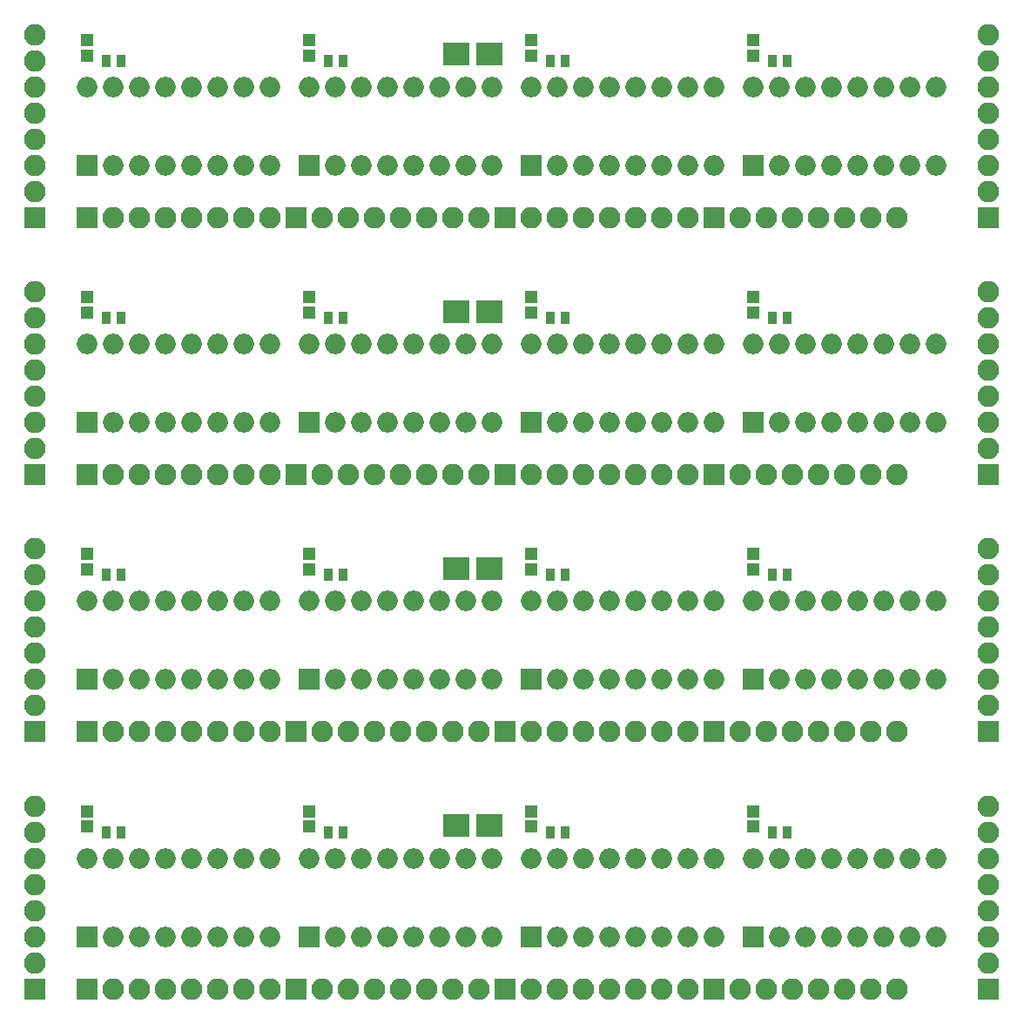
<source format=gbr>
G04 #@! TF.FileFunction,Soldermask,Top*
%FSLAX46Y46*%
G04 Gerber Fmt 4.6, Leading zero omitted, Abs format (unit mm)*
G04 Created by KiCad (PCBNEW 4.0.6) date 07/03/17 20:38:38*
%MOMM*%
%LPD*%
G01*
G04 APERTURE LIST*
%ADD10C,0.100000*%
%ADD11R,0.900000X1.300000*%
%ADD12R,2.000000X2.000000*%
%ADD13O,2.000000X2.000000*%
%ADD14R,2.100000X2.100000*%
%ADD15O,2.100000X2.100000*%
%ADD16R,1.150000X1.200000*%
%ADD17R,2.550000X2.200000*%
G04 APERTURE END LIST*
D10*
D11*
X122670000Y-141040000D03*
X121170000Y-141040000D03*
X122670000Y-116040000D03*
X121170000Y-116040000D03*
X122670000Y-91040000D03*
X121170000Y-91040000D03*
D12*
X119380000Y-151200000D03*
D13*
X137160000Y-143580000D03*
X121920000Y-151200000D03*
X134620000Y-143580000D03*
X124460000Y-151200000D03*
X132080000Y-143580000D03*
X127000000Y-151200000D03*
X129540000Y-143580000D03*
X129540000Y-151200000D03*
X127000000Y-143580000D03*
X132080000Y-151200000D03*
X124460000Y-143580000D03*
X134620000Y-151200000D03*
X121920000Y-143580000D03*
X137160000Y-151200000D03*
X119380000Y-143580000D03*
D12*
X119380000Y-126200000D03*
D13*
X137160000Y-118580000D03*
X121920000Y-126200000D03*
X134620000Y-118580000D03*
X124460000Y-126200000D03*
X132080000Y-118580000D03*
X127000000Y-126200000D03*
X129540000Y-118580000D03*
X129540000Y-126200000D03*
X127000000Y-118580000D03*
X132080000Y-126200000D03*
X124460000Y-118580000D03*
X134620000Y-126200000D03*
X121920000Y-118580000D03*
X137160000Y-126200000D03*
X119380000Y-118580000D03*
D12*
X119380000Y-101200000D03*
D13*
X137160000Y-93580000D03*
X121920000Y-101200000D03*
X134620000Y-93580000D03*
X124460000Y-101200000D03*
X132080000Y-93580000D03*
X127000000Y-101200000D03*
X129540000Y-93580000D03*
X129540000Y-101200000D03*
X127000000Y-93580000D03*
X132080000Y-101200000D03*
X124460000Y-93580000D03*
X134620000Y-101200000D03*
X121920000Y-93580000D03*
X137160000Y-101200000D03*
X119380000Y-93580000D03*
D14*
X116840000Y-156280000D03*
D15*
X119380000Y-156280000D03*
X121920000Y-156280000D03*
X124460000Y-156280000D03*
X127000000Y-156280000D03*
X129540000Y-156280000D03*
X132080000Y-156280000D03*
X134620000Y-156280000D03*
D14*
X116840000Y-131280000D03*
D15*
X119380000Y-131280000D03*
X121920000Y-131280000D03*
X124460000Y-131280000D03*
X127000000Y-131280000D03*
X129540000Y-131280000D03*
X132080000Y-131280000D03*
X134620000Y-131280000D03*
D14*
X116840000Y-106280000D03*
D15*
X119380000Y-106280000D03*
X121920000Y-106280000D03*
X124460000Y-106280000D03*
X127000000Y-106280000D03*
X129540000Y-106280000D03*
X132080000Y-106280000D03*
X134620000Y-106280000D03*
D16*
X119380000Y-140520000D03*
X119380000Y-139020000D03*
X119380000Y-115520000D03*
X119380000Y-114020000D03*
X119380000Y-90520000D03*
X119380000Y-89020000D03*
D11*
X79490000Y-141040000D03*
X77990000Y-141040000D03*
X79490000Y-116040000D03*
X77990000Y-116040000D03*
X79490000Y-91040000D03*
X77990000Y-91040000D03*
D16*
X76200000Y-140520000D03*
X76200000Y-139020000D03*
X76200000Y-115520000D03*
X76200000Y-114020000D03*
X76200000Y-90520000D03*
X76200000Y-89020000D03*
D12*
X76200000Y-151200000D03*
D13*
X93980000Y-143580000D03*
X78740000Y-151200000D03*
X91440000Y-143580000D03*
X81280000Y-151200000D03*
X88900000Y-143580000D03*
X83820000Y-151200000D03*
X86360000Y-143580000D03*
X86360000Y-151200000D03*
X83820000Y-143580000D03*
X88900000Y-151200000D03*
X81280000Y-143580000D03*
X91440000Y-151200000D03*
X78740000Y-143580000D03*
X93980000Y-151200000D03*
X76200000Y-143580000D03*
D12*
X76200000Y-126200000D03*
D13*
X93980000Y-118580000D03*
X78740000Y-126200000D03*
X91440000Y-118580000D03*
X81280000Y-126200000D03*
X88900000Y-118580000D03*
X83820000Y-126200000D03*
X86360000Y-118580000D03*
X86360000Y-126200000D03*
X83820000Y-118580000D03*
X88900000Y-126200000D03*
X81280000Y-118580000D03*
X91440000Y-126200000D03*
X78740000Y-118580000D03*
X93980000Y-126200000D03*
X76200000Y-118580000D03*
D12*
X76200000Y-101200000D03*
D13*
X93980000Y-93580000D03*
X78740000Y-101200000D03*
X91440000Y-93580000D03*
X81280000Y-101200000D03*
X88900000Y-93580000D03*
X83820000Y-101200000D03*
X86360000Y-93580000D03*
X86360000Y-101200000D03*
X83820000Y-93580000D03*
X88900000Y-101200000D03*
X81280000Y-93580000D03*
X91440000Y-101200000D03*
X78740000Y-93580000D03*
X93980000Y-101200000D03*
X76200000Y-93580000D03*
D14*
X76200000Y-156280000D03*
D15*
X78740000Y-156280000D03*
X81280000Y-156280000D03*
X83820000Y-156280000D03*
X86360000Y-156280000D03*
X88900000Y-156280000D03*
X91440000Y-156280000D03*
X93980000Y-156280000D03*
D14*
X76200000Y-131280000D03*
D15*
X78740000Y-131280000D03*
X81280000Y-131280000D03*
X83820000Y-131280000D03*
X86360000Y-131280000D03*
X88900000Y-131280000D03*
X91440000Y-131280000D03*
X93980000Y-131280000D03*
D14*
X76200000Y-106280000D03*
D15*
X78740000Y-106280000D03*
X81280000Y-106280000D03*
X83820000Y-106280000D03*
X86360000Y-106280000D03*
X88900000Y-106280000D03*
X91440000Y-106280000D03*
X93980000Y-106280000D03*
D14*
X71120000Y-156280000D03*
D15*
X71120000Y-153740000D03*
X71120000Y-151200000D03*
X71120000Y-148660000D03*
X71120000Y-146120000D03*
X71120000Y-143580000D03*
X71120000Y-141040000D03*
X71120000Y-138500000D03*
D14*
X71120000Y-131280000D03*
D15*
X71120000Y-128740000D03*
X71120000Y-126200000D03*
X71120000Y-123660000D03*
X71120000Y-121120000D03*
X71120000Y-118580000D03*
X71120000Y-116040000D03*
X71120000Y-113500000D03*
D14*
X71120000Y-106280000D03*
D15*
X71120000Y-103740000D03*
X71120000Y-101200000D03*
X71120000Y-98660000D03*
X71120000Y-96120000D03*
X71120000Y-93580000D03*
X71120000Y-91040000D03*
X71120000Y-88500000D03*
D11*
X101080000Y-141040000D03*
X99580000Y-141040000D03*
X101080000Y-116040000D03*
X99580000Y-116040000D03*
X101080000Y-91040000D03*
X99580000Y-91040000D03*
D16*
X97790000Y-140520000D03*
X97790000Y-139020000D03*
X97790000Y-115520000D03*
X97790000Y-114020000D03*
X97790000Y-90520000D03*
X97790000Y-89020000D03*
D12*
X97790000Y-151200000D03*
D13*
X115570000Y-143580000D03*
X100330000Y-151200000D03*
X113030000Y-143580000D03*
X102870000Y-151200000D03*
X110490000Y-143580000D03*
X105410000Y-151200000D03*
X107950000Y-143580000D03*
X107950000Y-151200000D03*
X105410000Y-143580000D03*
X110490000Y-151200000D03*
X102870000Y-143580000D03*
X113030000Y-151200000D03*
X100330000Y-143580000D03*
X115570000Y-151200000D03*
X97790000Y-143580000D03*
D12*
X97790000Y-126200000D03*
D13*
X115570000Y-118580000D03*
X100330000Y-126200000D03*
X113030000Y-118580000D03*
X102870000Y-126200000D03*
X110490000Y-118580000D03*
X105410000Y-126200000D03*
X107950000Y-118580000D03*
X107950000Y-126200000D03*
X105410000Y-118580000D03*
X110490000Y-126200000D03*
X102870000Y-118580000D03*
X113030000Y-126200000D03*
X100330000Y-118580000D03*
X115570000Y-126200000D03*
X97790000Y-118580000D03*
D12*
X97790000Y-101200000D03*
D13*
X115570000Y-93580000D03*
X100330000Y-101200000D03*
X113030000Y-93580000D03*
X102870000Y-101200000D03*
X110490000Y-93580000D03*
X105410000Y-101200000D03*
X107950000Y-93580000D03*
X107950000Y-101200000D03*
X105410000Y-93580000D03*
X110490000Y-101200000D03*
X102870000Y-93580000D03*
X113030000Y-101200000D03*
X100330000Y-93580000D03*
X115570000Y-101200000D03*
X97790000Y-93580000D03*
D14*
X96520000Y-156280000D03*
D15*
X99060000Y-156280000D03*
X101600000Y-156280000D03*
X104140000Y-156280000D03*
X106680000Y-156280000D03*
X109220000Y-156280000D03*
X111760000Y-156280000D03*
X114300000Y-156280000D03*
D14*
X96520000Y-131280000D03*
D15*
X99060000Y-131280000D03*
X101600000Y-131280000D03*
X104140000Y-131280000D03*
X106680000Y-131280000D03*
X109220000Y-131280000D03*
X111760000Y-131280000D03*
X114300000Y-131280000D03*
D14*
X96520000Y-106280000D03*
D15*
X99060000Y-106280000D03*
X101600000Y-106280000D03*
X104140000Y-106280000D03*
X106680000Y-106280000D03*
X109220000Y-106280000D03*
X111760000Y-106280000D03*
X114300000Y-106280000D03*
D17*
X112040000Y-140405000D03*
X115290000Y-140405000D03*
X112040000Y-115405000D03*
X115290000Y-115405000D03*
X112040000Y-90405000D03*
X115290000Y-90405000D03*
D11*
X144260000Y-141040000D03*
X142760000Y-141040000D03*
X144260000Y-116040000D03*
X142760000Y-116040000D03*
X144260000Y-91040000D03*
X142760000Y-91040000D03*
D16*
X140970000Y-140520000D03*
X140970000Y-139020000D03*
X140970000Y-115520000D03*
X140970000Y-114020000D03*
X140970000Y-90520000D03*
X140970000Y-89020000D03*
D14*
X137160000Y-156280000D03*
D15*
X139700000Y-156280000D03*
X142240000Y-156280000D03*
X144780000Y-156280000D03*
X147320000Y-156280000D03*
X149860000Y-156280000D03*
X152400000Y-156280000D03*
X154940000Y-156280000D03*
D14*
X137160000Y-131280000D03*
D15*
X139700000Y-131280000D03*
X142240000Y-131280000D03*
X144780000Y-131280000D03*
X147320000Y-131280000D03*
X149860000Y-131280000D03*
X152400000Y-131280000D03*
X154940000Y-131280000D03*
D14*
X137160000Y-106280000D03*
D15*
X139700000Y-106280000D03*
X142240000Y-106280000D03*
X144780000Y-106280000D03*
X147320000Y-106280000D03*
X149860000Y-106280000D03*
X152400000Y-106280000D03*
X154940000Y-106280000D03*
D12*
X140970000Y-151200000D03*
D13*
X158750000Y-143580000D03*
X143510000Y-151200000D03*
X156210000Y-143580000D03*
X146050000Y-151200000D03*
X153670000Y-143580000D03*
X148590000Y-151200000D03*
X151130000Y-143580000D03*
X151130000Y-151200000D03*
X148590000Y-143580000D03*
X153670000Y-151200000D03*
X146050000Y-143580000D03*
X156210000Y-151200000D03*
X143510000Y-143580000D03*
X158750000Y-151200000D03*
X140970000Y-143580000D03*
D12*
X140970000Y-126200000D03*
D13*
X158750000Y-118580000D03*
X143510000Y-126200000D03*
X156210000Y-118580000D03*
X146050000Y-126200000D03*
X153670000Y-118580000D03*
X148590000Y-126200000D03*
X151130000Y-118580000D03*
X151130000Y-126200000D03*
X148590000Y-118580000D03*
X153670000Y-126200000D03*
X146050000Y-118580000D03*
X156210000Y-126200000D03*
X143510000Y-118580000D03*
X158750000Y-126200000D03*
X140970000Y-118580000D03*
D12*
X140970000Y-101200000D03*
D13*
X158750000Y-93580000D03*
X143510000Y-101200000D03*
X156210000Y-93580000D03*
X146050000Y-101200000D03*
X153670000Y-93580000D03*
X148590000Y-101200000D03*
X151130000Y-93580000D03*
X151130000Y-101200000D03*
X148590000Y-93580000D03*
X153670000Y-101200000D03*
X146050000Y-93580000D03*
X156210000Y-101200000D03*
X143510000Y-93580000D03*
X158750000Y-101200000D03*
X140970000Y-93580000D03*
D14*
X163830000Y-156280000D03*
D15*
X163830000Y-153740000D03*
X163830000Y-151200000D03*
X163830000Y-148660000D03*
X163830000Y-146120000D03*
X163830000Y-143580000D03*
X163830000Y-141040000D03*
X163830000Y-138500000D03*
D14*
X163830000Y-131280000D03*
D15*
X163830000Y-128740000D03*
X163830000Y-126200000D03*
X163830000Y-123660000D03*
X163830000Y-121120000D03*
X163830000Y-118580000D03*
X163830000Y-116040000D03*
X163830000Y-113500000D03*
D14*
X163830000Y-106280000D03*
D15*
X163830000Y-103740000D03*
X163830000Y-101200000D03*
X163830000Y-98660000D03*
X163830000Y-96120000D03*
X163830000Y-93580000D03*
X163830000Y-91040000D03*
X163830000Y-88500000D03*
D12*
X140970000Y-76200000D03*
D13*
X158750000Y-68580000D03*
X143510000Y-76200000D03*
X156210000Y-68580000D03*
X146050000Y-76200000D03*
X153670000Y-68580000D03*
X148590000Y-76200000D03*
X151130000Y-68580000D03*
X151130000Y-76200000D03*
X148590000Y-68580000D03*
X153670000Y-76200000D03*
X146050000Y-68580000D03*
X156210000Y-76200000D03*
X143510000Y-68580000D03*
X158750000Y-76200000D03*
X140970000Y-68580000D03*
D14*
X76200000Y-81280000D03*
D15*
X78740000Y-81280000D03*
X81280000Y-81280000D03*
X83820000Y-81280000D03*
X86360000Y-81280000D03*
X88900000Y-81280000D03*
X91440000Y-81280000D03*
X93980000Y-81280000D03*
D14*
X96520000Y-81280000D03*
D15*
X99060000Y-81280000D03*
X101600000Y-81280000D03*
X104140000Y-81280000D03*
X106680000Y-81280000D03*
X109220000Y-81280000D03*
X111760000Y-81280000D03*
X114300000Y-81280000D03*
D14*
X116840000Y-81280000D03*
D15*
X119380000Y-81280000D03*
X121920000Y-81280000D03*
X124460000Y-81280000D03*
X127000000Y-81280000D03*
X129540000Y-81280000D03*
X132080000Y-81280000D03*
X134620000Y-81280000D03*
D14*
X137160000Y-81280000D03*
D15*
X139700000Y-81280000D03*
X142240000Y-81280000D03*
X144780000Y-81280000D03*
X147320000Y-81280000D03*
X149860000Y-81280000D03*
X152400000Y-81280000D03*
X154940000Y-81280000D03*
D12*
X76200000Y-76200000D03*
D13*
X93980000Y-68580000D03*
X78740000Y-76200000D03*
X91440000Y-68580000D03*
X81280000Y-76200000D03*
X88900000Y-68580000D03*
X83820000Y-76200000D03*
X86360000Y-68580000D03*
X86360000Y-76200000D03*
X83820000Y-68580000D03*
X88900000Y-76200000D03*
X81280000Y-68580000D03*
X91440000Y-76200000D03*
X78740000Y-68580000D03*
X93980000Y-76200000D03*
X76200000Y-68580000D03*
D12*
X97790000Y-76200000D03*
D13*
X115570000Y-68580000D03*
X100330000Y-76200000D03*
X113030000Y-68580000D03*
X102870000Y-76200000D03*
X110490000Y-68580000D03*
X105410000Y-76200000D03*
X107950000Y-68580000D03*
X107950000Y-76200000D03*
X105410000Y-68580000D03*
X110490000Y-76200000D03*
X102870000Y-68580000D03*
X113030000Y-76200000D03*
X100330000Y-68580000D03*
X115570000Y-76200000D03*
X97790000Y-68580000D03*
D12*
X119380000Y-76200000D03*
D13*
X137160000Y-68580000D03*
X121920000Y-76200000D03*
X134620000Y-68580000D03*
X124460000Y-76200000D03*
X132080000Y-68580000D03*
X127000000Y-76200000D03*
X129540000Y-68580000D03*
X129540000Y-76200000D03*
X127000000Y-68580000D03*
X132080000Y-76200000D03*
X124460000Y-68580000D03*
X134620000Y-76200000D03*
X121920000Y-68580000D03*
X137160000Y-76200000D03*
X119380000Y-68580000D03*
D16*
X76200000Y-65520000D03*
X76200000Y-64020000D03*
X97790000Y-65520000D03*
X97790000Y-64020000D03*
X119380000Y-65520000D03*
X119380000Y-64020000D03*
X140970000Y-65520000D03*
X140970000Y-64020000D03*
D17*
X112040000Y-65405000D03*
X115290000Y-65405000D03*
D14*
X71120000Y-81280000D03*
D15*
X71120000Y-78740000D03*
X71120000Y-76200000D03*
X71120000Y-73660000D03*
X71120000Y-71120000D03*
X71120000Y-68580000D03*
X71120000Y-66040000D03*
X71120000Y-63500000D03*
D14*
X163830000Y-81280000D03*
D15*
X163830000Y-78740000D03*
X163830000Y-76200000D03*
X163830000Y-73660000D03*
X163830000Y-71120000D03*
X163830000Y-68580000D03*
X163830000Y-66040000D03*
X163830000Y-63500000D03*
D11*
X79490000Y-66040000D03*
X77990000Y-66040000D03*
X101080000Y-66040000D03*
X99580000Y-66040000D03*
X122670000Y-66040000D03*
X121170000Y-66040000D03*
X144260000Y-66040000D03*
X142760000Y-66040000D03*
M02*

</source>
